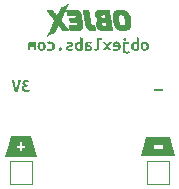
<source format=gbo>
%TF.GenerationSoftware,KiCad,Pcbnew,7.0.1*%
%TF.CreationDate,2023-04-06T09:57:02+02:00*%
%TF.ProjectId,OBJEX-DoorSensor_v1.2,4f424a45-582d-4446-9f6f-7253656e736f,1.2*%
%TF.SameCoordinates,Original*%
%TF.FileFunction,Legend,Bot*%
%TF.FilePolarity,Positive*%
%FSLAX46Y46*%
G04 Gerber Fmt 4.6, Leading zero omitted, Abs format (unit mm)*
G04 Created by KiCad (PCBNEW 7.0.1) date 2023-04-06 09:57:02*
%MOMM*%
%LPD*%
G01*
G04 APERTURE LIST*
%ADD10C,0.010000*%
%ADD11C,0.120000*%
G04 APERTURE END LIST*
%TO.C,kibuzzard-64258FE0*%
G36*
X149813210Y-121168191D02*
G01*
X149352295Y-121168191D01*
X149634616Y-120227121D01*
X150408522Y-120227121D01*
X150408522Y-120572879D01*
X151191477Y-120572879D01*
X151191477Y-120227121D01*
X150408522Y-120227121D01*
X149634616Y-120227121D01*
X149813210Y-119631809D01*
X150408522Y-119631809D01*
X151191477Y-119631809D01*
X151786790Y-119631809D01*
X152247705Y-121168191D01*
X151786790Y-121168191D01*
X151191477Y-121168191D01*
X150408522Y-121168191D01*
X149813210Y-121168191D01*
G37*
%TO.C,kibuzzard-64258E17*%
G36*
X151184175Y-115684931D02*
G01*
X150415825Y-115684931D01*
X150415825Y-115515069D01*
X151184175Y-115515069D01*
X151184175Y-115684931D01*
G37*
%TO.C,G\u002A\u002A\u002A*%
D10*
X144697800Y-108822967D02*
X144772809Y-108823745D01*
X144826342Y-108825553D01*
X144861160Y-108828589D01*
X144880026Y-108833051D01*
X144885700Y-108839138D01*
X144887531Y-108861642D01*
X144893194Y-108906296D01*
X144902181Y-108969232D01*
X144913975Y-109047352D01*
X144928060Y-109137557D01*
X144943917Y-109236749D01*
X144961031Y-109341830D01*
X144978884Y-109449700D01*
X144996959Y-109557262D01*
X145014739Y-109661417D01*
X145031708Y-109759066D01*
X145047348Y-109847111D01*
X145061141Y-109922454D01*
X145072573Y-109981995D01*
X145081124Y-110022637D01*
X145086279Y-110041280D01*
X145101531Y-110068692D01*
X145129265Y-110101290D01*
X145165327Y-110121054D01*
X145215226Y-110130510D01*
X145284468Y-110132183D01*
X145305428Y-110131892D01*
X145350721Y-110131779D01*
X145382300Y-110132456D01*
X145394326Y-110133836D01*
X145398597Y-110157875D01*
X145417924Y-110267598D01*
X145432973Y-110355253D01*
X145444079Y-110423267D01*
X145451576Y-110474067D01*
X145455798Y-110510080D01*
X145457080Y-110533734D01*
X145455756Y-110547456D01*
X145452160Y-110553671D01*
X145446396Y-110556018D01*
X145416888Y-110559997D01*
X145369262Y-110561849D01*
X145308570Y-110561786D01*
X145239864Y-110560018D01*
X145168196Y-110556753D01*
X145098618Y-110552202D01*
X145036180Y-110546575D01*
X144985936Y-110540081D01*
X144952936Y-110532931D01*
X144915874Y-110518492D01*
X144833518Y-110468446D01*
X144761524Y-110399318D01*
X144703676Y-110315197D01*
X144663756Y-110220178D01*
X144662077Y-110213843D01*
X144654819Y-110179748D01*
X144644299Y-110124121D01*
X144630970Y-110049610D01*
X144615286Y-109958863D01*
X144597701Y-109854528D01*
X144578667Y-109739252D01*
X144558639Y-109615685D01*
X144538071Y-109486475D01*
X144433398Y-108822900D01*
X144659549Y-108822900D01*
X144697800Y-108822967D01*
G36*
X144697800Y-108822967D02*
G01*
X144772809Y-108823745D01*
X144826342Y-108825553D01*
X144861160Y-108828589D01*
X144880026Y-108833051D01*
X144885700Y-108839138D01*
X144887531Y-108861642D01*
X144893194Y-108906296D01*
X144902181Y-108969232D01*
X144913975Y-109047352D01*
X144928060Y-109137557D01*
X144943917Y-109236749D01*
X144961031Y-109341830D01*
X144978884Y-109449700D01*
X144996959Y-109557262D01*
X145014739Y-109661417D01*
X145031708Y-109759066D01*
X145047348Y-109847111D01*
X145061141Y-109922454D01*
X145072573Y-109981995D01*
X145081124Y-110022637D01*
X145086279Y-110041280D01*
X145101531Y-110068692D01*
X145129265Y-110101290D01*
X145165327Y-110121054D01*
X145215226Y-110130510D01*
X145284468Y-110132183D01*
X145305428Y-110131892D01*
X145350721Y-110131779D01*
X145382300Y-110132456D01*
X145394326Y-110133836D01*
X145398597Y-110157875D01*
X145417924Y-110267598D01*
X145432973Y-110355253D01*
X145444079Y-110423267D01*
X145451576Y-110474067D01*
X145455798Y-110510080D01*
X145457080Y-110533734D01*
X145455756Y-110547456D01*
X145452160Y-110553671D01*
X145446396Y-110556018D01*
X145416888Y-110559997D01*
X145369262Y-110561849D01*
X145308570Y-110561786D01*
X145239864Y-110560018D01*
X145168196Y-110556753D01*
X145098618Y-110552202D01*
X145036180Y-110546575D01*
X144985936Y-110540081D01*
X144952936Y-110532931D01*
X144915874Y-110518492D01*
X144833518Y-110468446D01*
X144761524Y-110399318D01*
X144703676Y-110315197D01*
X144663756Y-110220178D01*
X144662077Y-110213843D01*
X144654819Y-110179748D01*
X144644299Y-110124121D01*
X144630970Y-110049610D01*
X144615286Y-109958863D01*
X144597701Y-109854528D01*
X144578667Y-109739252D01*
X144558639Y-109615685D01*
X144538071Y-109486475D01*
X144433398Y-108822900D01*
X144659549Y-108822900D01*
X144697800Y-108822967D01*
G37*
X148443924Y-109862441D02*
X148446470Y-109921450D01*
X148445679Y-109985023D01*
X148437884Y-110100225D01*
X148420997Y-110196031D01*
X148394068Y-110275686D01*
X148356144Y-110342436D01*
X148306273Y-110399528D01*
X148298694Y-110406617D01*
X148259210Y-110439233D01*
X148216774Y-110465378D01*
X148165837Y-110487549D01*
X148100846Y-110508244D01*
X148016250Y-110529958D01*
X147995524Y-110532710D01*
X147949700Y-110534541D01*
X147888509Y-110534453D01*
X147817647Y-110532699D01*
X147742807Y-110529533D01*
X147669682Y-110525207D01*
X147603967Y-110519975D01*
X147551356Y-110514089D01*
X147517543Y-110507802D01*
X147497322Y-110501788D01*
X147389531Y-110460124D01*
X147295962Y-110407330D01*
X147221923Y-110346306D01*
X147176057Y-110291281D01*
X147118749Y-110197529D01*
X147067937Y-110084502D01*
X147024853Y-109955505D01*
X146990731Y-109813843D01*
X146966805Y-109662819D01*
X146964120Y-109637835D01*
X146958181Y-109545764D01*
X146956890Y-109447099D01*
X146957104Y-109440194D01*
X147393115Y-109440194D01*
X147394826Y-109521225D01*
X147401686Y-109606510D01*
X147413540Y-109690601D01*
X147430231Y-109768047D01*
X147457428Y-109861885D01*
X147491012Y-109951772D01*
X147527685Y-110020950D01*
X147569159Y-110071965D01*
X147617144Y-110107361D01*
X147673350Y-110129682D01*
X147726917Y-110139791D01*
X147798427Y-110141453D01*
X147865882Y-110131185D01*
X147922654Y-110110141D01*
X147962110Y-110079474D01*
X147969143Y-110070053D01*
X147992798Y-110018692D01*
X148004828Y-109949924D01*
X148005260Y-109862441D01*
X147994121Y-109754934D01*
X147971438Y-109626097D01*
X147949745Y-109528695D01*
X147925753Y-109444029D01*
X147899830Y-109377517D01*
X147870490Y-109325398D01*
X147836247Y-109283912D01*
X147778941Y-109239738D01*
X147712328Y-109210107D01*
X147641581Y-109195238D01*
X147571656Y-109195137D01*
X147507512Y-109209808D01*
X147454104Y-109239257D01*
X147416390Y-109283489D01*
X147405762Y-109312694D01*
X147396708Y-109368867D01*
X147393115Y-109440194D01*
X146957104Y-109440194D01*
X146959953Y-109348200D01*
X146967074Y-109255426D01*
X146977957Y-109175135D01*
X146992308Y-109113686D01*
X147027938Y-109030631D01*
X147078958Y-108960600D01*
X147146125Y-108904815D01*
X147230801Y-108862601D01*
X147334347Y-108833284D01*
X147458127Y-108816188D01*
X147603500Y-108810638D01*
X147682171Y-108812266D01*
X147810209Y-108824142D01*
X147920122Y-108848446D01*
X148015073Y-108886270D01*
X148098228Y-108938703D01*
X148172749Y-109006838D01*
X148214863Y-109057252D01*
X148281678Y-109163068D01*
X148338387Y-109288109D01*
X148384104Y-109429421D01*
X148417946Y-109584051D01*
X148439030Y-109749045D01*
X148443924Y-109862441D01*
G36*
X148443924Y-109862441D02*
G01*
X148446470Y-109921450D01*
X148445679Y-109985023D01*
X148437884Y-110100225D01*
X148420997Y-110196031D01*
X148394068Y-110275686D01*
X148356144Y-110342436D01*
X148306273Y-110399528D01*
X148298694Y-110406617D01*
X148259210Y-110439233D01*
X148216774Y-110465378D01*
X148165837Y-110487549D01*
X148100846Y-110508244D01*
X148016250Y-110529958D01*
X147995524Y-110532710D01*
X147949700Y-110534541D01*
X147888509Y-110534453D01*
X147817647Y-110532699D01*
X147742807Y-110529533D01*
X147669682Y-110525207D01*
X147603967Y-110519975D01*
X147551356Y-110514089D01*
X147517543Y-110507802D01*
X147497322Y-110501788D01*
X147389531Y-110460124D01*
X147295962Y-110407330D01*
X147221923Y-110346306D01*
X147176057Y-110291281D01*
X147118749Y-110197529D01*
X147067937Y-110084502D01*
X147024853Y-109955505D01*
X146990731Y-109813843D01*
X146966805Y-109662819D01*
X146964120Y-109637835D01*
X146958181Y-109545764D01*
X146956890Y-109447099D01*
X146957104Y-109440194D01*
X147393115Y-109440194D01*
X147394826Y-109521225D01*
X147401686Y-109606510D01*
X147413540Y-109690601D01*
X147430231Y-109768047D01*
X147457428Y-109861885D01*
X147491012Y-109951772D01*
X147527685Y-110020950D01*
X147569159Y-110071965D01*
X147617144Y-110107361D01*
X147673350Y-110129682D01*
X147726917Y-110139791D01*
X147798427Y-110141453D01*
X147865882Y-110131185D01*
X147922654Y-110110141D01*
X147962110Y-110079474D01*
X147969143Y-110070053D01*
X147992798Y-110018692D01*
X148004828Y-109949924D01*
X148005260Y-109862441D01*
X147994121Y-109754934D01*
X147971438Y-109626097D01*
X147949745Y-109528695D01*
X147925753Y-109444029D01*
X147899830Y-109377517D01*
X147870490Y-109325398D01*
X147836247Y-109283912D01*
X147778941Y-109239738D01*
X147712328Y-109210107D01*
X147641581Y-109195238D01*
X147571656Y-109195137D01*
X147507512Y-109209808D01*
X147454104Y-109239257D01*
X147416390Y-109283489D01*
X147405762Y-109312694D01*
X147396708Y-109368867D01*
X147393115Y-109440194D01*
X146957104Y-109440194D01*
X146959953Y-109348200D01*
X146967074Y-109255426D01*
X146977957Y-109175135D01*
X146992308Y-109113686D01*
X147027938Y-109030631D01*
X147078958Y-108960600D01*
X147146125Y-108904815D01*
X147230801Y-108862601D01*
X147334347Y-108833284D01*
X147458127Y-108816188D01*
X147603500Y-108810638D01*
X147682171Y-108812266D01*
X147810209Y-108824142D01*
X147920122Y-108848446D01*
X148015073Y-108886270D01*
X148098228Y-108938703D01*
X148172749Y-109006838D01*
X148214863Y-109057252D01*
X148281678Y-109163068D01*
X148338387Y-109288109D01*
X148384104Y-109429421D01*
X148417946Y-109584051D01*
X148439030Y-109749045D01*
X148443924Y-109862441D01*
G37*
X143135951Y-108337502D02*
X143123157Y-108365767D01*
X143101038Y-108413269D01*
X143070563Y-108477968D01*
X143032699Y-108557823D01*
X142988415Y-108650793D01*
X142938678Y-108754840D01*
X142884457Y-108867922D01*
X142826719Y-108988000D01*
X142781959Y-109081085D01*
X142726640Y-109196488D01*
X142675508Y-109303559D01*
X142629544Y-109400223D01*
X142589728Y-109484403D01*
X142557043Y-109554023D01*
X142532471Y-109607004D01*
X142516992Y-109641272D01*
X142511588Y-109654750D01*
X142511882Y-109655715D01*
X142522244Y-109671968D01*
X142546195Y-109705562D01*
X142582050Y-109754244D01*
X142628123Y-109815762D01*
X142682730Y-109887862D01*
X142744185Y-109968292D01*
X142810804Y-110054800D01*
X142820701Y-110067604D01*
X142887983Y-110154728D01*
X142950930Y-110236364D01*
X143007674Y-110310079D01*
X143056345Y-110373440D01*
X143095073Y-110424015D01*
X143121991Y-110459371D01*
X143135229Y-110477075D01*
X143160230Y-110512000D01*
X142666500Y-110512000D01*
X142497528Y-110274334D01*
X142328556Y-110036669D01*
X142270336Y-110156859D01*
X142252318Y-110194118D01*
X142220996Y-110259038D01*
X142184277Y-110335261D01*
X142145356Y-110416159D01*
X142107425Y-110495100D01*
X142002734Y-110713151D01*
X141917042Y-110741249D01*
X141906748Y-110744698D01*
X141825701Y-110775692D01*
X141735661Y-110815511D01*
X141644951Y-110860094D01*
X141561890Y-110905380D01*
X141494800Y-110947308D01*
X141484021Y-110954707D01*
X141446886Y-110979448D01*
X141420118Y-110996108D01*
X141408916Y-111001411D01*
X141411317Y-110994946D01*
X141423311Y-110967692D01*
X141444497Y-110921036D01*
X141473921Y-110857036D01*
X141510631Y-110777747D01*
X141553674Y-110685226D01*
X141602098Y-110581528D01*
X141654949Y-110468712D01*
X141711275Y-110348832D01*
X141733718Y-110301056D01*
X141793619Y-110172705D01*
X141847652Y-110055675D01*
X141895084Y-109951617D01*
X141935177Y-109862184D01*
X141967195Y-109789028D01*
X141990404Y-109733802D01*
X142004068Y-109698158D01*
X142007449Y-109683747D01*
X142005713Y-109681249D01*
X141990992Y-109661459D01*
X141963082Y-109624566D01*
X141923680Y-109572796D01*
X141874487Y-109508378D01*
X141817203Y-109433537D01*
X141753526Y-109350501D01*
X141685158Y-109261497D01*
X141660354Y-109229220D01*
X141593464Y-109142063D01*
X141531879Y-109061650D01*
X141477298Y-108990209D01*
X141431419Y-108929972D01*
X141395943Y-108883167D01*
X141372568Y-108852025D01*
X141362994Y-108838774D01*
X141363461Y-108834117D01*
X141375353Y-108829635D01*
X141402236Y-108826481D01*
X141446708Y-108824483D01*
X141511371Y-108823470D01*
X141598826Y-108823271D01*
X141844050Y-108823642D01*
X142014920Y-109070921D01*
X142046457Y-109116384D01*
X142091971Y-109181336D01*
X142131452Y-109236881D01*
X142162821Y-109280133D01*
X142183999Y-109308201D01*
X142192908Y-109318200D01*
X142194406Y-109316582D01*
X142205532Y-109297737D01*
X142225923Y-109259953D01*
X142254135Y-109206004D01*
X142288728Y-109138668D01*
X142328257Y-109060720D01*
X142371282Y-108974936D01*
X142542537Y-108631672D01*
X142593344Y-108618889D01*
X142645437Y-108604143D01*
X142780095Y-108552279D01*
X142914805Y-108481945D01*
X143042488Y-108396644D01*
X143064912Y-108379951D01*
X143102031Y-108353195D01*
X143128208Y-108335524D01*
X143138834Y-108330120D01*
X143135951Y-108337502D01*
G36*
X143135951Y-108337502D02*
G01*
X143123157Y-108365767D01*
X143101038Y-108413269D01*
X143070563Y-108477968D01*
X143032699Y-108557823D01*
X142988415Y-108650793D01*
X142938678Y-108754840D01*
X142884457Y-108867922D01*
X142826719Y-108988000D01*
X142781959Y-109081085D01*
X142726640Y-109196488D01*
X142675508Y-109303559D01*
X142629544Y-109400223D01*
X142589728Y-109484403D01*
X142557043Y-109554023D01*
X142532471Y-109607004D01*
X142516992Y-109641272D01*
X142511588Y-109654750D01*
X142511882Y-109655715D01*
X142522244Y-109671968D01*
X142546195Y-109705562D01*
X142582050Y-109754244D01*
X142628123Y-109815762D01*
X142682730Y-109887862D01*
X142744185Y-109968292D01*
X142810804Y-110054800D01*
X142820701Y-110067604D01*
X142887983Y-110154728D01*
X142950930Y-110236364D01*
X143007674Y-110310079D01*
X143056345Y-110373440D01*
X143095073Y-110424015D01*
X143121991Y-110459371D01*
X143135229Y-110477075D01*
X143160230Y-110512000D01*
X142666500Y-110512000D01*
X142497528Y-110274334D01*
X142328556Y-110036669D01*
X142270336Y-110156859D01*
X142252318Y-110194118D01*
X142220996Y-110259038D01*
X142184277Y-110335261D01*
X142145356Y-110416159D01*
X142107425Y-110495100D01*
X142002734Y-110713151D01*
X141917042Y-110741249D01*
X141906748Y-110744698D01*
X141825701Y-110775692D01*
X141735661Y-110815511D01*
X141644951Y-110860094D01*
X141561890Y-110905380D01*
X141494800Y-110947308D01*
X141484021Y-110954707D01*
X141446886Y-110979448D01*
X141420118Y-110996108D01*
X141408916Y-111001411D01*
X141411317Y-110994946D01*
X141423311Y-110967692D01*
X141444497Y-110921036D01*
X141473921Y-110857036D01*
X141510631Y-110777747D01*
X141553674Y-110685226D01*
X141602098Y-110581528D01*
X141654949Y-110468712D01*
X141711275Y-110348832D01*
X141733718Y-110301056D01*
X141793619Y-110172705D01*
X141847652Y-110055675D01*
X141895084Y-109951617D01*
X141935177Y-109862184D01*
X141967195Y-109789028D01*
X141990404Y-109733802D01*
X142004068Y-109698158D01*
X142007449Y-109683747D01*
X142005713Y-109681249D01*
X141990992Y-109661459D01*
X141963082Y-109624566D01*
X141923680Y-109572796D01*
X141874487Y-109508378D01*
X141817203Y-109433537D01*
X141753526Y-109350501D01*
X141685158Y-109261497D01*
X141660354Y-109229220D01*
X141593464Y-109142063D01*
X141531879Y-109061650D01*
X141477298Y-108990209D01*
X141431419Y-108929972D01*
X141395943Y-108883167D01*
X141372568Y-108852025D01*
X141362994Y-108838774D01*
X141363461Y-108834117D01*
X141375353Y-108829635D01*
X141402236Y-108826481D01*
X141446708Y-108824483D01*
X141511371Y-108823470D01*
X141598826Y-108823271D01*
X141844050Y-108823642D01*
X142014920Y-109070921D01*
X142046457Y-109116384D01*
X142091971Y-109181336D01*
X142131452Y-109236881D01*
X142162821Y-109280133D01*
X142183999Y-109308201D01*
X142192908Y-109318200D01*
X142194406Y-109316582D01*
X142205532Y-109297737D01*
X142225923Y-109259953D01*
X142254135Y-109206004D01*
X142288728Y-109138668D01*
X142328257Y-109060720D01*
X142371282Y-108974936D01*
X142542537Y-108631672D01*
X142593344Y-108618889D01*
X142645437Y-108604143D01*
X142780095Y-108552279D01*
X142914805Y-108481945D01*
X143042488Y-108396644D01*
X143064912Y-108379951D01*
X143102031Y-108353195D01*
X143128208Y-108335524D01*
X143138834Y-108330120D01*
X143135951Y-108337502D01*
G37*
X143814340Y-108818421D02*
X143895072Y-108824827D01*
X143989334Y-108848102D01*
X144066987Y-108889118D01*
X144129873Y-108948936D01*
X144179836Y-109028616D01*
X144190965Y-109052096D01*
X144201442Y-109077038D01*
X144210991Y-109104483D01*
X144220214Y-109137255D01*
X144229714Y-109178179D01*
X144240093Y-109230080D01*
X144251951Y-109295783D01*
X144265892Y-109378112D01*
X144282517Y-109479893D01*
X144302427Y-109603950D01*
X144303276Y-109609264D01*
X144326583Y-109757979D01*
X144345261Y-109884179D01*
X144359437Y-109990218D01*
X144369237Y-110078454D01*
X144374786Y-110151243D01*
X144376211Y-110210941D01*
X144373637Y-110259904D01*
X144367191Y-110300489D01*
X144356999Y-110335052D01*
X144343187Y-110365950D01*
X144336126Y-110378776D01*
X144284365Y-110444427D01*
X144215116Y-110492415D01*
X144127288Y-110523536D01*
X144090084Y-110529413D01*
X144038588Y-110533963D01*
X143984000Y-110536192D01*
X143976858Y-110536248D01*
X143931111Y-110535451D01*
X143870217Y-110533094D01*
X143798225Y-110529462D01*
X143719189Y-110524840D01*
X143637160Y-110519513D01*
X143556188Y-110513766D01*
X143480327Y-110507884D01*
X143413626Y-110502152D01*
X143360139Y-110496855D01*
X143323915Y-110492278D01*
X143309007Y-110488706D01*
X143308853Y-110488529D01*
X143302878Y-110472526D01*
X143293030Y-110437007D01*
X143280642Y-110387079D01*
X143267045Y-110327850D01*
X143253526Y-110266995D01*
X143241236Y-110212142D01*
X143231706Y-110170104D01*
X143226287Y-110146875D01*
X143219247Y-110118300D01*
X143524597Y-110118300D01*
X143574151Y-110118144D01*
X143660027Y-110117100D01*
X143735645Y-110115192D01*
X143797219Y-110112561D01*
X143840964Y-110109349D01*
X143863096Y-110105696D01*
X143879325Y-110097490D01*
X143908605Y-110063646D01*
X143921244Y-110011730D01*
X143916876Y-109942849D01*
X143911295Y-109911557D01*
X143904868Y-109880175D01*
X143900844Y-109866306D01*
X143897666Y-109865613D01*
X143873948Y-109863578D01*
X143830217Y-109860970D01*
X143770148Y-109857978D01*
X143697417Y-109854791D01*
X143615700Y-109851600D01*
X143577624Y-109850134D01*
X143499181Y-109846697D01*
X143431196Y-109843153D01*
X143377402Y-109839730D01*
X143341530Y-109836652D01*
X143327313Y-109834145D01*
X143325184Y-109829964D01*
X143316869Y-109805798D01*
X143304583Y-109765406D01*
X143289889Y-109714446D01*
X143274347Y-109658578D01*
X143259517Y-109603458D01*
X143246961Y-109554745D01*
X143238239Y-109518098D01*
X143234912Y-109499175D01*
X143235327Y-109497110D01*
X143246091Y-109490623D01*
X143273585Y-109486346D01*
X143320687Y-109483984D01*
X143390275Y-109483242D01*
X143438312Y-109482908D01*
X143525584Y-109481213D01*
X143613922Y-109478412D01*
X143690094Y-109474873D01*
X143834337Y-109466562D01*
X143825835Y-109401906D01*
X143825802Y-109401659D01*
X143809035Y-109331787D01*
X143780416Y-109278415D01*
X143742005Y-109245390D01*
X143738068Y-109243742D01*
X143712582Y-109238445D01*
X143668780Y-109234456D01*
X143604896Y-109231689D01*
X143519163Y-109230061D01*
X143409815Y-109229487D01*
X143108680Y-109229300D01*
X143096208Y-109181675D01*
X143089844Y-109157485D01*
X143077609Y-109111174D01*
X143062310Y-109053389D01*
X143045855Y-108991345D01*
X143032260Y-108937367D01*
X143021813Y-108889984D01*
X143016248Y-108857001D01*
X143016562Y-108843444D01*
X143021898Y-108842502D01*
X143049141Y-108840454D01*
X143095922Y-108838021D01*
X143158494Y-108835322D01*
X143233113Y-108832474D01*
X143316034Y-108829595D01*
X143403512Y-108826801D01*
X143491801Y-108824211D01*
X143577156Y-108821941D01*
X143655833Y-108820110D01*
X143724086Y-108818834D01*
X143778170Y-108818232D01*
X143814340Y-108818421D01*
G36*
X143814340Y-108818421D02*
G01*
X143895072Y-108824827D01*
X143989334Y-108848102D01*
X144066987Y-108889118D01*
X144129873Y-108948936D01*
X144179836Y-109028616D01*
X144190965Y-109052096D01*
X144201442Y-109077038D01*
X144210991Y-109104483D01*
X144220214Y-109137255D01*
X144229714Y-109178179D01*
X144240093Y-109230080D01*
X144251951Y-109295783D01*
X144265892Y-109378112D01*
X144282517Y-109479893D01*
X144302427Y-109603950D01*
X144303276Y-109609264D01*
X144326583Y-109757979D01*
X144345261Y-109884179D01*
X144359437Y-109990218D01*
X144369237Y-110078454D01*
X144374786Y-110151243D01*
X144376211Y-110210941D01*
X144373637Y-110259904D01*
X144367191Y-110300489D01*
X144356999Y-110335052D01*
X144343187Y-110365950D01*
X144336126Y-110378776D01*
X144284365Y-110444427D01*
X144215116Y-110492415D01*
X144127288Y-110523536D01*
X144090084Y-110529413D01*
X144038588Y-110533963D01*
X143984000Y-110536192D01*
X143976858Y-110536248D01*
X143931111Y-110535451D01*
X143870217Y-110533094D01*
X143798225Y-110529462D01*
X143719189Y-110524840D01*
X143637160Y-110519513D01*
X143556188Y-110513766D01*
X143480327Y-110507884D01*
X143413626Y-110502152D01*
X143360139Y-110496855D01*
X143323915Y-110492278D01*
X143309007Y-110488706D01*
X143308853Y-110488529D01*
X143302878Y-110472526D01*
X143293030Y-110437007D01*
X143280642Y-110387079D01*
X143267045Y-110327850D01*
X143253526Y-110266995D01*
X143241236Y-110212142D01*
X143231706Y-110170104D01*
X143226287Y-110146875D01*
X143219247Y-110118300D01*
X143524597Y-110118300D01*
X143574151Y-110118144D01*
X143660027Y-110117100D01*
X143735645Y-110115192D01*
X143797219Y-110112561D01*
X143840964Y-110109349D01*
X143863096Y-110105696D01*
X143879325Y-110097490D01*
X143908605Y-110063646D01*
X143921244Y-110011730D01*
X143916876Y-109942849D01*
X143911295Y-109911557D01*
X143904868Y-109880175D01*
X143900844Y-109866306D01*
X143897666Y-109865613D01*
X143873948Y-109863578D01*
X143830217Y-109860970D01*
X143770148Y-109857978D01*
X143697417Y-109854791D01*
X143615700Y-109851600D01*
X143577624Y-109850134D01*
X143499181Y-109846697D01*
X143431196Y-109843153D01*
X143377402Y-109839730D01*
X143341530Y-109836652D01*
X143327313Y-109834145D01*
X143325184Y-109829964D01*
X143316869Y-109805798D01*
X143304583Y-109765406D01*
X143289889Y-109714446D01*
X143274347Y-109658578D01*
X143259517Y-109603458D01*
X143246961Y-109554745D01*
X143238239Y-109518098D01*
X143234912Y-109499175D01*
X143235327Y-109497110D01*
X143246091Y-109490623D01*
X143273585Y-109486346D01*
X143320687Y-109483984D01*
X143390275Y-109483242D01*
X143438312Y-109482908D01*
X143525584Y-109481213D01*
X143613922Y-109478412D01*
X143690094Y-109474873D01*
X143834337Y-109466562D01*
X143825835Y-109401906D01*
X143825802Y-109401659D01*
X143809035Y-109331787D01*
X143780416Y-109278415D01*
X143742005Y-109245390D01*
X143738068Y-109243742D01*
X143712582Y-109238445D01*
X143668780Y-109234456D01*
X143604896Y-109231689D01*
X143519163Y-109230061D01*
X143409815Y-109229487D01*
X143108680Y-109229300D01*
X143096208Y-109181675D01*
X143089844Y-109157485D01*
X143077609Y-109111174D01*
X143062310Y-109053389D01*
X143045855Y-108991345D01*
X143032260Y-108937367D01*
X143021813Y-108889984D01*
X143016248Y-108857001D01*
X143016562Y-108843444D01*
X143021898Y-108842502D01*
X143049141Y-108840454D01*
X143095922Y-108838021D01*
X143158494Y-108835322D01*
X143233113Y-108832474D01*
X143316034Y-108829595D01*
X143403512Y-108826801D01*
X143491801Y-108824211D01*
X143577156Y-108821941D01*
X143655833Y-108820110D01*
X143724086Y-108818834D01*
X143778170Y-108818232D01*
X143814340Y-108818421D01*
G37*
X146727210Y-109473775D02*
X146735841Y-109526705D01*
X146758877Y-109667450D01*
X146766764Y-109715578D01*
X146789413Y-109854101D01*
X146810687Y-109984662D01*
X146830243Y-110105125D01*
X146837374Y-110149243D01*
X146847736Y-110213352D01*
X146862822Y-110307205D01*
X146875158Y-110384547D01*
X146884399Y-110443239D01*
X146890202Y-110481144D01*
X146892222Y-110496125D01*
X146888463Y-110499857D01*
X146873289Y-110503486D01*
X146844608Y-110506371D01*
X146800438Y-110508578D01*
X146738798Y-110510177D01*
X146657705Y-110511235D01*
X146555178Y-110511820D01*
X146429234Y-110512000D01*
X146401745Y-110511998D01*
X146285765Y-110511925D01*
X146191615Y-110511620D01*
X146116347Y-110510924D01*
X146057013Y-110509676D01*
X146010665Y-110507716D01*
X145974354Y-110504883D01*
X145945131Y-110501018D01*
X145920049Y-110495959D01*
X145896158Y-110489548D01*
X145870511Y-110481623D01*
X145830276Y-110467688D01*
X145740300Y-110426469D01*
X145668293Y-110377914D01*
X145617894Y-110324286D01*
X145607446Y-110306906D01*
X145583818Y-110249415D01*
X145564000Y-110176579D01*
X145549127Y-110095477D01*
X145540336Y-110013186D01*
X145539319Y-109963842D01*
X145965868Y-109963842D01*
X145968943Y-110007982D01*
X145972309Y-110038992D01*
X145980279Y-110074621D01*
X145995145Y-110100882D01*
X146021235Y-110127683D01*
X146066427Y-110169100D01*
X146231714Y-110169100D01*
X146252620Y-110169075D01*
X146314837Y-110168442D01*
X146356544Y-110166603D01*
X146381580Y-110163098D01*
X146393785Y-110157465D01*
X146397000Y-110149243D01*
X146396021Y-110136925D01*
X146391774Y-110102519D01*
X146384938Y-110053743D01*
X146376357Y-109996843D01*
X146355714Y-109864300D01*
X146194062Y-109864300D01*
X146130555Y-109864500D01*
X146082799Y-109865680D01*
X146050637Y-109868680D01*
X146029010Y-109874339D01*
X146012859Y-109883499D01*
X145997127Y-109896998D01*
X145977897Y-109916828D01*
X145968125Y-109936320D01*
X145965868Y-109963842D01*
X145539319Y-109963842D01*
X145538762Y-109936784D01*
X145545540Y-109873349D01*
X145551014Y-109851435D01*
X145585266Y-109777995D01*
X145640091Y-109718059D01*
X145713459Y-109674039D01*
X145780322Y-109645275D01*
X145709483Y-109609455D01*
X145658450Y-109578289D01*
X145591691Y-109519903D01*
X145537960Y-109451463D01*
X145503325Y-109379730D01*
X145499379Y-109366057D01*
X145488720Y-109315169D01*
X145488380Y-109312842D01*
X145901894Y-109312842D01*
X145905235Y-109366168D01*
X145908199Y-109386365D01*
X145922573Y-109427130D01*
X145951452Y-109460663D01*
X145966386Y-109473442D01*
X145983259Y-109484209D01*
X146003992Y-109490856D01*
X146033970Y-109494375D01*
X146078578Y-109495759D01*
X146143201Y-109496000D01*
X146168061Y-109495967D01*
X146224929Y-109495321D01*
X146261954Y-109493383D01*
X146283270Y-109489548D01*
X146293009Y-109483214D01*
X146295305Y-109473775D01*
X146295134Y-109469357D01*
X146292077Y-109439597D01*
X146286092Y-109394949D01*
X146278362Y-109343398D01*
X146270070Y-109292928D01*
X146262397Y-109251525D01*
X146255282Y-109216600D01*
X146117189Y-109216600D01*
X146081299Y-109216852D01*
X146009306Y-109220329D01*
X145958358Y-109229557D01*
X145925466Y-109246645D01*
X145907641Y-109273704D01*
X145901894Y-109312842D01*
X145488380Y-109312842D01*
X145479662Y-109253136D01*
X145473834Y-109190412D01*
X145471747Y-109136032D01*
X145476220Y-109055873D01*
X145492942Y-108992968D01*
X145524018Y-108943155D01*
X145571551Y-108902269D01*
X145637645Y-108866147D01*
X145717550Y-108829250D01*
X146171575Y-108825476D01*
X146183545Y-108825378D01*
X146304594Y-108824562D01*
X146402573Y-108824317D01*
X146479620Y-108824702D01*
X146537869Y-108825778D01*
X146579456Y-108827603D01*
X146606518Y-108830238D01*
X146621189Y-108833743D01*
X146625606Y-108838176D01*
X146625838Y-108840561D01*
X146629157Y-108863598D01*
X146636144Y-108908838D01*
X146646456Y-108974141D01*
X146659747Y-109057367D01*
X146675676Y-109156376D01*
X146693897Y-109269029D01*
X146714067Y-109393185D01*
X146727210Y-109473775D01*
G36*
X146727210Y-109473775D02*
G01*
X146735841Y-109526705D01*
X146758877Y-109667450D01*
X146766764Y-109715578D01*
X146789413Y-109854101D01*
X146810687Y-109984662D01*
X146830243Y-110105125D01*
X146837374Y-110149243D01*
X146847736Y-110213352D01*
X146862822Y-110307205D01*
X146875158Y-110384547D01*
X146884399Y-110443239D01*
X146890202Y-110481144D01*
X146892222Y-110496125D01*
X146888463Y-110499857D01*
X146873289Y-110503486D01*
X146844608Y-110506371D01*
X146800438Y-110508578D01*
X146738798Y-110510177D01*
X146657705Y-110511235D01*
X146555178Y-110511820D01*
X146429234Y-110512000D01*
X146401745Y-110511998D01*
X146285765Y-110511925D01*
X146191615Y-110511620D01*
X146116347Y-110510924D01*
X146057013Y-110509676D01*
X146010665Y-110507716D01*
X145974354Y-110504883D01*
X145945131Y-110501018D01*
X145920049Y-110495959D01*
X145896158Y-110489548D01*
X145870511Y-110481623D01*
X145830276Y-110467688D01*
X145740300Y-110426469D01*
X145668293Y-110377914D01*
X145617894Y-110324286D01*
X145607446Y-110306906D01*
X145583818Y-110249415D01*
X145564000Y-110176579D01*
X145549127Y-110095477D01*
X145540336Y-110013186D01*
X145539319Y-109963842D01*
X145965868Y-109963842D01*
X145968943Y-110007982D01*
X145972309Y-110038992D01*
X145980279Y-110074621D01*
X145995145Y-110100882D01*
X146021235Y-110127683D01*
X146066427Y-110169100D01*
X146231714Y-110169100D01*
X146252620Y-110169075D01*
X146314837Y-110168442D01*
X146356544Y-110166603D01*
X146381580Y-110163098D01*
X146393785Y-110157465D01*
X146397000Y-110149243D01*
X146396021Y-110136925D01*
X146391774Y-110102519D01*
X146384938Y-110053743D01*
X146376357Y-109996843D01*
X146355714Y-109864300D01*
X146194062Y-109864300D01*
X146130555Y-109864500D01*
X146082799Y-109865680D01*
X146050637Y-109868680D01*
X146029010Y-109874339D01*
X146012859Y-109883499D01*
X145997127Y-109896998D01*
X145977897Y-109916828D01*
X145968125Y-109936320D01*
X145965868Y-109963842D01*
X145539319Y-109963842D01*
X145538762Y-109936784D01*
X145545540Y-109873349D01*
X145551014Y-109851435D01*
X145585266Y-109777995D01*
X145640091Y-109718059D01*
X145713459Y-109674039D01*
X145780322Y-109645275D01*
X145709483Y-109609455D01*
X145658450Y-109578289D01*
X145591691Y-109519903D01*
X145537960Y-109451463D01*
X145503325Y-109379730D01*
X145499379Y-109366057D01*
X145488720Y-109315169D01*
X145488380Y-109312842D01*
X145901894Y-109312842D01*
X145905235Y-109366168D01*
X145908199Y-109386365D01*
X145922573Y-109427130D01*
X145951452Y-109460663D01*
X145966386Y-109473442D01*
X145983259Y-109484209D01*
X146003992Y-109490856D01*
X146033970Y-109494375D01*
X146078578Y-109495759D01*
X146143201Y-109496000D01*
X146168061Y-109495967D01*
X146224929Y-109495321D01*
X146261954Y-109493383D01*
X146283270Y-109489548D01*
X146293009Y-109483214D01*
X146295305Y-109473775D01*
X146295134Y-109469357D01*
X146292077Y-109439597D01*
X146286092Y-109394949D01*
X146278362Y-109343398D01*
X146270070Y-109292928D01*
X146262397Y-109251525D01*
X146255282Y-109216600D01*
X146117189Y-109216600D01*
X146081299Y-109216852D01*
X146009306Y-109220329D01*
X145958358Y-109229557D01*
X145925466Y-109246645D01*
X145907641Y-109273704D01*
X145901894Y-109312842D01*
X145488380Y-109312842D01*
X145479662Y-109253136D01*
X145473834Y-109190412D01*
X145471747Y-109136032D01*
X145476220Y-109055873D01*
X145492942Y-108992968D01*
X145524018Y-108943155D01*
X145571551Y-108902269D01*
X145637645Y-108866147D01*
X145717550Y-108829250D01*
X146171575Y-108825476D01*
X146183545Y-108825378D01*
X146304594Y-108824562D01*
X146402573Y-108824317D01*
X146479620Y-108824702D01*
X146537869Y-108825778D01*
X146579456Y-108827603D01*
X146606518Y-108830238D01*
X146621189Y-108833743D01*
X146625606Y-108838176D01*
X146625838Y-108840561D01*
X146629157Y-108863598D01*
X146636144Y-108908838D01*
X146646456Y-108974141D01*
X146659747Y-109057367D01*
X146675676Y-109156376D01*
X146693897Y-109269029D01*
X146714067Y-109393185D01*
X146727210Y-109473775D01*
G37*
%TO.C,kibuzzard-64258E23*%
G36*
X138634900Y-114842012D02*
G01*
X138652362Y-114937262D01*
X138672206Y-115040252D01*
X138693637Y-115146019D01*
X138716656Y-115252381D01*
X138741262Y-115357156D01*
X138766662Y-115455383D01*
X138792062Y-115542100D01*
X138817661Y-115454192D01*
X138843656Y-115355569D01*
X138869056Y-115250794D01*
X138892868Y-115144431D01*
X138914895Y-115038862D01*
X138934937Y-114936469D01*
X138951606Y-114841814D01*
X138963512Y-114759462D01*
X139169887Y-114759462D01*
X139151631Y-114848362D01*
X139125437Y-114959487D01*
X139104447Y-115042655D01*
X139081693Y-115129174D01*
X139057175Y-115219044D01*
X139031246Y-115310678D01*
X139004258Y-115402488D01*
X138976212Y-115494475D01*
X138934540Y-115625444D01*
X138895250Y-115742125D01*
X138693637Y-115742125D01*
X138663298Y-115657547D01*
X138633665Y-115571028D01*
X138604737Y-115482569D01*
X138576956Y-115393669D01*
X138550762Y-115305827D01*
X138526156Y-115219044D01*
X138492422Y-115092639D01*
X138462656Y-114972187D01*
X138437058Y-114860269D01*
X138415825Y-114759462D01*
X138620612Y-114759462D01*
X138634900Y-114842012D01*
G37*
G36*
X139713011Y-114744580D02*
G01*
X139788219Y-114766606D01*
X139901725Y-114824550D01*
X139831875Y-114967425D01*
X139737418Y-114922181D01*
X139627087Y-114903925D01*
X139537394Y-114934881D01*
X139504850Y-115019812D01*
X139519931Y-115080137D01*
X139558825Y-115118237D01*
X139612800Y-115138875D01*
X139673125Y-115145225D01*
X139746150Y-115145225D01*
X139746150Y-115307150D01*
X139685825Y-115307150D01*
X139598909Y-115314889D01*
X139528662Y-115338106D01*
X139482228Y-115380770D01*
X139466750Y-115446850D01*
X139507231Y-115553212D01*
X139562595Y-115585359D01*
X139647725Y-115596075D01*
X139722933Y-115591709D01*
X139786631Y-115578612D01*
X139881087Y-115545275D01*
X139919187Y-115708787D01*
X139869975Y-115726250D01*
X139800919Y-115743712D01*
X139723131Y-115757206D01*
X139646137Y-115762762D01*
X139554459Y-115757008D01*
X139476275Y-115739744D01*
X139411187Y-115711962D01*
X139358800Y-115674656D01*
X139290537Y-115575437D01*
X139268312Y-115450025D01*
X139278829Y-115370253D01*
X139310381Y-115302387D01*
X139360983Y-115248016D01*
X139428650Y-115208725D01*
X139339750Y-115126175D01*
X139306412Y-115013462D01*
X139325462Y-114903925D01*
X139384200Y-114815819D01*
X139485006Y-114757875D01*
X139551483Y-114742397D01*
X139628675Y-114737237D01*
X139713011Y-114744580D01*
G37*
D11*
%TO.C,TP1*%
X140150000Y-123550000D02*
X140150000Y-121650000D01*
X140150000Y-121650000D02*
X138250000Y-121650000D01*
X138250000Y-123550000D02*
X140150000Y-123550000D01*
X138250000Y-121650000D02*
X138250000Y-123550000D01*
%TO.C,kibuzzard-63AF0800*%
G36*
X139533375Y-119530976D02*
G01*
X140046005Y-119530976D01*
X140567420Y-121269024D01*
X140046005Y-121269024D01*
X139533375Y-121269024D01*
X138866625Y-121269024D01*
X138353995Y-121269024D01*
X137832580Y-121269024D01*
X138069237Y-120480169D01*
X138866625Y-120480169D01*
X139115862Y-120480169D01*
X139115862Y-120756394D01*
X139284138Y-120756394D01*
X139284138Y-120480169D01*
X139533375Y-120480169D01*
X139533375Y-120319831D01*
X139284138Y-120319831D01*
X139284138Y-120043606D01*
X139115862Y-120043606D01*
X139115862Y-120319831D01*
X138866625Y-120319831D01*
X138866625Y-120480169D01*
X138069237Y-120480169D01*
X138353995Y-119530976D01*
X138866625Y-119530976D01*
X139533375Y-119530976D01*
G37*
%TO.C,TP2*%
X151750000Y-123550000D02*
X151750000Y-121650000D01*
X151750000Y-121650000D02*
X149850000Y-121650000D01*
X149850000Y-123550000D02*
X151750000Y-123550000D01*
X149850000Y-121650000D02*
X149850000Y-123550000D01*
%TO.C,kibuzzard-642BF081*%
G36*
X148071031Y-111213412D02*
G01*
X148106750Y-111305487D01*
X148071031Y-111395975D01*
X147984513Y-111429312D01*
X147897200Y-111395975D01*
X147860687Y-111305487D01*
X147897200Y-111213412D01*
X147984513Y-111180075D01*
X148071031Y-111213412D01*
G37*
G36*
X142571137Y-112010337D02*
G01*
X142616381Y-112037325D01*
X142648131Y-112080981D01*
X142660037Y-112140512D01*
X142648131Y-112201631D01*
X142616381Y-112246081D01*
X142571137Y-112273863D01*
X142517162Y-112283388D01*
X142418737Y-112246875D01*
X142375875Y-112140512D01*
X142418737Y-112037325D01*
X142517162Y-112000813D01*
X142571137Y-112010337D01*
G37*
G36*
X146033475Y-111335650D02*
G01*
X145827100Y-111335650D01*
X145827100Y-111969063D01*
X145811622Y-112104595D01*
X145765187Y-112203219D01*
X145685019Y-112263345D01*
X145568337Y-112283388D01*
X145480231Y-112277037D01*
X145414350Y-112261956D01*
X145370694Y-112245287D01*
X145349263Y-112234175D01*
X145374663Y-112077012D01*
X145427050Y-112097650D01*
X145525475Y-112113525D01*
X145601675Y-112086538D01*
X145631837Y-111983350D01*
X145631837Y-111173725D01*
X146033475Y-111173725D01*
X146033475Y-111335650D01*
G37*
G36*
X148333763Y-111681725D02*
G01*
X148032138Y-111681725D01*
X148032138Y-112226237D01*
X148059125Y-112334981D01*
X148135325Y-112364350D01*
X148237719Y-112344506D01*
X148333763Y-112302438D01*
X148394088Y-112467538D01*
X148332572Y-112494922D01*
X148268675Y-112516750D01*
X148200809Y-112531038D01*
X148127388Y-112535800D01*
X148012294Y-112519925D01*
X147920219Y-112466744D01*
X147859100Y-112368319D01*
X147842431Y-112299858D01*
X147836875Y-112216713D01*
X147836875Y-111519800D01*
X148333763Y-111519800D01*
X148333763Y-111681725D01*
G37*
G36*
X146481150Y-111753163D02*
G01*
X146646250Y-111519800D01*
X146851038Y-111519800D01*
X146589100Y-111881750D01*
X146661331Y-111975413D01*
X146732769Y-112074631D01*
X146797856Y-112173056D01*
X146852625Y-112265925D01*
X146654188Y-112265925D01*
X146614897Y-112194884D01*
X146576400Y-112130988D01*
X146535919Y-112069869D01*
X146490675Y-112007163D01*
X146451384Y-112061138D01*
X146409712Y-112121462D01*
X146366850Y-112189328D01*
X146323988Y-112265925D01*
X146120788Y-112265925D01*
X146166825Y-112180200D01*
X146227150Y-112080188D01*
X146297000Y-111976206D01*
X146371612Y-111878575D01*
X146130313Y-111519800D01*
X146328750Y-111519800D01*
X146481150Y-111753163D01*
G37*
G36*
X140366100Y-111521387D02*
G01*
X140488337Y-111548375D01*
X140488337Y-112265925D01*
X140329587Y-112265925D01*
X140329587Y-111680138D01*
X140303394Y-111675375D01*
X140280375Y-111673787D01*
X140231956Y-111703950D01*
X140216875Y-111810313D01*
X140216875Y-111981763D01*
X140058125Y-111981763D01*
X140058125Y-111832538D01*
X140061300Y-111751575D01*
X140069237Y-111684900D01*
X140040662Y-111676169D01*
X140010500Y-111673787D01*
X139985894Y-111678550D01*
X139965256Y-111697600D01*
X139950969Y-111738875D01*
X139945412Y-111810313D01*
X139945412Y-112265925D01*
X139786662Y-112265925D01*
X139786662Y-111819838D01*
X139788647Y-111747011D01*
X139794600Y-111684106D01*
X139825556Y-111588063D01*
X139888262Y-111530913D01*
X139989862Y-111511862D01*
X140066062Y-111525356D01*
X140129562Y-111556312D01*
X140185919Y-111522181D01*
X140259738Y-111511862D01*
X140366100Y-111521387D01*
G37*
G36*
X141728373Y-111508489D02*
G01*
X141816281Y-111531706D01*
X141889505Y-111568219D01*
X141948837Y-111615844D01*
X141994478Y-111673589D01*
X142026625Y-111740463D01*
X142045675Y-111814281D01*
X142052025Y-111892862D01*
X142045873Y-111972634D01*
X142027419Y-112046850D01*
X141995867Y-112113525D01*
X141950425Y-112170675D01*
X141890695Y-112217506D01*
X141816281Y-112253225D01*
X141726389Y-112275847D01*
X141620225Y-112283388D01*
X141546009Y-112280808D01*
X141482112Y-112273069D01*
X141382100Y-112246875D01*
X141410675Y-112086538D01*
X141501956Y-112107175D01*
X141598000Y-112113525D01*
X141717261Y-112098841D01*
X141795644Y-112054788D01*
X141839102Y-111984938D01*
X141853588Y-111892862D01*
X141840887Y-111803962D01*
X141799612Y-111733319D01*
X141724206Y-111687281D01*
X141607525Y-111670613D01*
X141508306Y-111679344D01*
X141437662Y-111699188D01*
X141394800Y-111542025D01*
X141504337Y-111510275D01*
X141624987Y-111500750D01*
X141728373Y-111508489D01*
G37*
G36*
X148878275Y-112283388D02*
G01*
X148797313Y-112276442D01*
X148725875Y-112255606D01*
X148664359Y-112222070D01*
X148613162Y-112177025D01*
X148572681Y-112120867D01*
X148543313Y-112053994D01*
X148525453Y-111977595D01*
X148519500Y-111892862D01*
X148519772Y-111888100D01*
X148717937Y-111888100D01*
X148729050Y-111993867D01*
X148762387Y-112063519D01*
X148814775Y-112102214D01*
X148883038Y-112115113D01*
X148925106Y-112113525D01*
X148971937Y-112107175D01*
X148971937Y-111702363D01*
X148918756Y-111680931D01*
X148856050Y-111672200D01*
X148795130Y-111686091D01*
X148752069Y-111727762D01*
X148726470Y-111795628D01*
X148717937Y-111888100D01*
X148519772Y-111888100D01*
X148524263Y-111809519D01*
X148538550Y-111734112D01*
X148562164Y-111667636D01*
X148594906Y-111611081D01*
X148687775Y-111531706D01*
X148747703Y-111510870D01*
X148816363Y-111503925D01*
X148892563Y-111511069D01*
X148971937Y-111537262D01*
X148971937Y-111164200D01*
X149167200Y-111197537D01*
X149167200Y-112243700D01*
X149106875Y-112259575D01*
X149033850Y-112272275D01*
X148955269Y-112280609D01*
X148883038Y-112283216D01*
X148878275Y-112283388D01*
G37*
G36*
X144115775Y-112283388D02*
G01*
X144034813Y-112276442D01*
X143963375Y-112255606D01*
X143901859Y-112222070D01*
X143850662Y-112177025D01*
X143810181Y-112120867D01*
X143780812Y-112053994D01*
X143762953Y-111977595D01*
X143757000Y-111892862D01*
X143757272Y-111888100D01*
X143955437Y-111888100D01*
X143966550Y-111993867D01*
X143999887Y-112063519D01*
X144052275Y-112102214D01*
X144120537Y-112115113D01*
X144162606Y-112113525D01*
X144209438Y-112107175D01*
X144209438Y-111702363D01*
X144156256Y-111680931D01*
X144093550Y-111672200D01*
X144032630Y-111686091D01*
X143989569Y-111727762D01*
X143963970Y-111795628D01*
X143955437Y-111888100D01*
X143757272Y-111888100D01*
X143761762Y-111809519D01*
X143776050Y-111734112D01*
X143799664Y-111667636D01*
X143832406Y-111611081D01*
X143925275Y-111531706D01*
X143985203Y-111510870D01*
X144053862Y-111503925D01*
X144130062Y-111511069D01*
X144209438Y-111537262D01*
X144209438Y-111164200D01*
X144404700Y-111197537D01*
X144404700Y-112243700D01*
X144344375Y-112259575D01*
X144271350Y-112272275D01*
X144192769Y-112280609D01*
X144120537Y-112283216D01*
X144115775Y-112283388D01*
G37*
G36*
X143363697Y-111505314D02*
G01*
X143429975Y-111519006D01*
X143529194Y-111569806D01*
X143586344Y-111644419D01*
X143604600Y-111734112D01*
X143580787Y-111831744D01*
X143520463Y-111896038D01*
X143439500Y-111938106D01*
X143352187Y-111967475D01*
X143294244Y-111986525D01*
X143245031Y-112006369D01*
X143211694Y-112030975D01*
X143199788Y-112065900D01*
X143237887Y-112107969D01*
X143347425Y-112118288D01*
X143475219Y-112099238D01*
X143593488Y-112057963D01*
X143623650Y-112221475D01*
X143514112Y-112261163D01*
X143438706Y-112277831D01*
X143349012Y-112283388D01*
X143261303Y-112279022D01*
X143188675Y-112265925D01*
X143083106Y-112218300D01*
X143025163Y-112146863D01*
X143007700Y-112059550D01*
X143031512Y-111960331D01*
X143092631Y-111893656D01*
X143175975Y-111850000D01*
X143264875Y-111818250D01*
X143321231Y-111798406D01*
X143367269Y-111776975D01*
X143399019Y-111752369D01*
X143410925Y-111721413D01*
X143384731Y-111682519D01*
X143283925Y-111664262D01*
X143155337Y-111682519D01*
X143071200Y-111708713D01*
X143041037Y-111543612D01*
X143149781Y-111511862D01*
X143215067Y-111503528D01*
X143285512Y-111500750D01*
X143363697Y-111505314D01*
G37*
G36*
X144813084Y-112280213D02*
G01*
X144723787Y-112270688D01*
X144596787Y-112248463D01*
X144596787Y-112121462D01*
X144784113Y-112121462D01*
X144836500Y-112125431D01*
X144898412Y-112126225D01*
X144996837Y-112104794D01*
X145034938Y-112032563D01*
X145022237Y-111986525D01*
X144988106Y-111959538D01*
X144938100Y-111946044D01*
X144879363Y-111942075D01*
X144830150Y-111944456D01*
X144784113Y-111950013D01*
X144784113Y-112121462D01*
X144596787Y-112121462D01*
X144596787Y-111803962D01*
X144612663Y-111677756D01*
X144665050Y-111582506D01*
X144762681Y-111522181D01*
X144831539Y-111506108D01*
X144915875Y-111500750D01*
X144986122Y-111503330D01*
X145053988Y-111511069D01*
X145157175Y-111534087D01*
X145130188Y-111691250D01*
X145046844Y-111672200D01*
X144939687Y-111664262D01*
X144866662Y-111673589D01*
X144819037Y-111701569D01*
X144784113Y-111794438D01*
X144784113Y-111818250D01*
X144847216Y-111808725D01*
X144919050Y-111805550D01*
X145034938Y-111817456D01*
X145133363Y-111856350D01*
X145201625Y-111927787D01*
X145227025Y-112037325D01*
X145204800Y-112152419D01*
X145141300Y-112228619D01*
X145042081Y-112270688D01*
X144912700Y-112283388D01*
X144898412Y-112282932D01*
X144813084Y-112280213D01*
G37*
G36*
X146943113Y-111956363D02*
G01*
X146940731Y-111923025D01*
X146939938Y-111883338D01*
X146945070Y-111821425D01*
X147128850Y-111821425D01*
X147427300Y-111821425D01*
X147413806Y-111762687D01*
X147385231Y-111711888D01*
X147339194Y-111676963D01*
X147273313Y-111664262D01*
X147206638Y-111677756D01*
X147162188Y-111713475D01*
X147136788Y-111763481D01*
X147128850Y-111821425D01*
X146945070Y-111821425D01*
X146949463Y-111768420D01*
X146978038Y-111673435D01*
X147025663Y-111598381D01*
X147091632Y-111544142D01*
X147175240Y-111511598D01*
X147276487Y-111500750D01*
X147342369Y-111507100D01*
X147406663Y-111526150D01*
X147466591Y-111557702D01*
X147519375Y-111601556D01*
X147563825Y-111657714D01*
X147598750Y-111726175D01*
X147621372Y-111806741D01*
X147628913Y-111899212D01*
X147621769Y-111988509D01*
X147600338Y-112065900D01*
X147565611Y-112131583D01*
X147518581Y-112185756D01*
X147459844Y-112228222D01*
X147389994Y-112258781D01*
X147309627Y-112277236D01*
X147219338Y-112283388D01*
X147090750Y-112271481D01*
X146982800Y-112242113D01*
X147009788Y-112075425D01*
X147099481Y-112100825D01*
X147211400Y-112113525D01*
X147297919Y-112103008D01*
X147366975Y-112071456D01*
X147412219Y-112021648D01*
X147427300Y-111956363D01*
X147128850Y-111956363D01*
X146943113Y-111956363D01*
G37*
G36*
X149660913Y-112286563D02*
G01*
X149585308Y-112279419D01*
X149517244Y-112257987D01*
X149457514Y-112223459D01*
X149406912Y-112177025D01*
X149366034Y-112119677D01*
X149335475Y-112052406D01*
X149316425Y-111976008D01*
X149310194Y-111892862D01*
X149510100Y-111892862D01*
X149519823Y-111983350D01*
X149548994Y-112054788D01*
X149597214Y-112101222D01*
X149664088Y-112116700D01*
X149732548Y-112101222D01*
X149779181Y-112054788D01*
X149805970Y-111983350D01*
X149814900Y-111892862D01*
X149805177Y-111802573D01*
X149776006Y-111731731D01*
X149727786Y-111685892D01*
X149660913Y-111670613D01*
X149592452Y-111685892D01*
X149545819Y-111731731D01*
X149519030Y-111802573D01*
X149510100Y-111892862D01*
X149310194Y-111892862D01*
X149310075Y-111891275D01*
X149316425Y-111807733D01*
X149335475Y-111731731D01*
X149366233Y-111664659D01*
X149407706Y-111607906D01*
X149458903Y-111562266D01*
X149518831Y-111528531D01*
X149586498Y-111507695D01*
X149660913Y-111500750D01*
X149734334Y-111507695D01*
X149802200Y-111528531D01*
X149862723Y-111562266D01*
X149914119Y-111607906D01*
X149955791Y-111664659D01*
X149987144Y-111731731D01*
X150006789Y-111807733D01*
X150013338Y-111891275D01*
X150006988Y-111976008D01*
X149987938Y-112052406D01*
X149957180Y-112119677D01*
X149915706Y-112177025D01*
X149864509Y-112223459D01*
X149804581Y-112257987D01*
X149736517Y-112279419D01*
X149664088Y-112286263D01*
X149660913Y-112286563D01*
G37*
G36*
X140929662Y-112286563D02*
G01*
X140854058Y-112279419D01*
X140785994Y-112257987D01*
X140726264Y-112223459D01*
X140675662Y-112177025D01*
X140634784Y-112119677D01*
X140604225Y-112052406D01*
X140585175Y-111976008D01*
X140578944Y-111892862D01*
X140778850Y-111892862D01*
X140788573Y-111983350D01*
X140817744Y-112054788D01*
X140865964Y-112101222D01*
X140932837Y-112116700D01*
X141001298Y-112101222D01*
X141047931Y-112054788D01*
X141074720Y-111983350D01*
X141083650Y-111892862D01*
X141073927Y-111802573D01*
X141044756Y-111731731D01*
X140996536Y-111685892D01*
X140929662Y-111670613D01*
X140861202Y-111685892D01*
X140814569Y-111731731D01*
X140787780Y-111802573D01*
X140778850Y-111892862D01*
X140578944Y-111892862D01*
X140578825Y-111891275D01*
X140585175Y-111807733D01*
X140604225Y-111731731D01*
X140634983Y-111664659D01*
X140676456Y-111607906D01*
X140727653Y-111562266D01*
X140787581Y-111528531D01*
X140855248Y-111507695D01*
X140929662Y-111500750D01*
X141003084Y-111507695D01*
X141070950Y-111528531D01*
X141131473Y-111562266D01*
X141182869Y-111607906D01*
X141224541Y-111664659D01*
X141255894Y-111731731D01*
X141275539Y-111807733D01*
X141282087Y-111891275D01*
X141275737Y-111976008D01*
X141256687Y-112052406D01*
X141225930Y-112119677D01*
X141184456Y-112177025D01*
X141133259Y-112223459D01*
X141073331Y-112257987D01*
X141005267Y-112279419D01*
X140932837Y-112286263D01*
X140929662Y-112286563D01*
G37*
%TD*%
M02*

</source>
